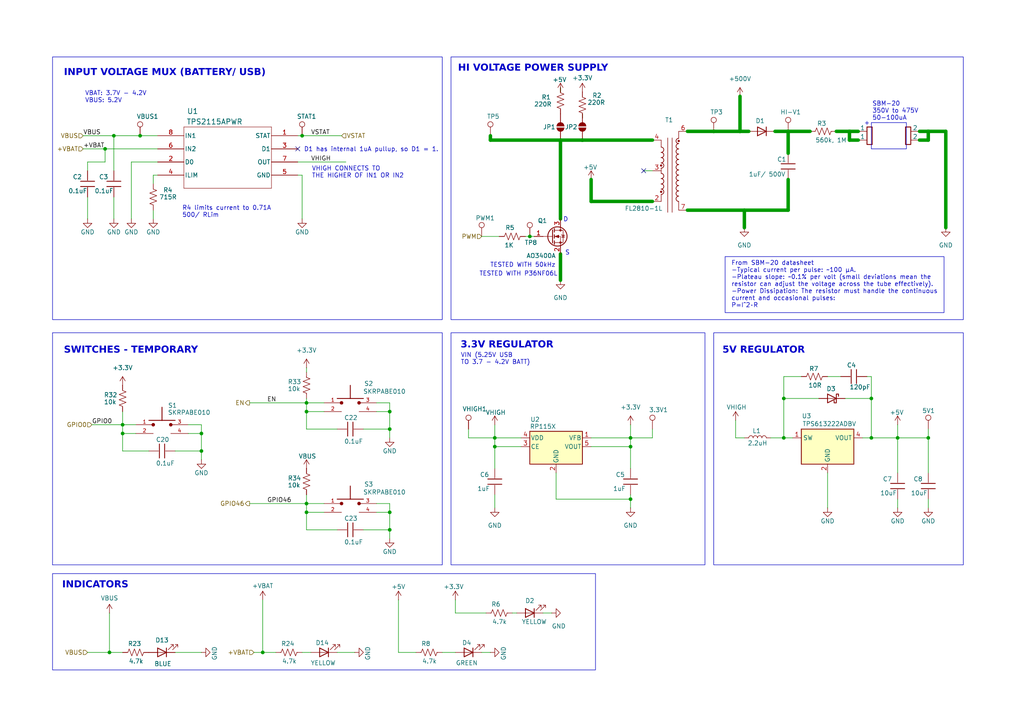
<source format=kicad_sch>
(kicad_sch (version 20250114) (generator "eeschema") (generator_version "9.0")
  (paper "A4")
  (lib_symbols
    (symbol "C_1" (pin_numbers (hide yes)) (pin_names (offset 0.254))
      (property "Reference" "C" (at 0.635 2.54 0))
      (property "Value" "C" (at 0.635 -2.54 0))
      (symbol "C_1_1_1"
        (pin passive line (at 0 3.81 270) (length 2.794) (name "~") (number "1"))
        (pin passive line (at 0 -3.81 90) (length 2.794) (name "~") (number "2"))
      )
    )
    (symbol "Connector:TestPoint" (pin_numbers (hide yes)) (pin_names (offset 0.762) (hide yes))
      (property "Reference" "TP" (at 0 6.858 0))
      (property "Value" "TestPoint" (at 0 5.08 0))
      (symbol "TestPoint_1_1"
        (pin passive line (at 0 0 90) (length 2.54) (name "1") (number "1"))
      )
    )
    (symbol "Device:C" (pin_numbers (hide yes)) (pin_names (offset 0.254))
      (property "Reference" "C" (at 0.635 2.54 0))
      (property "Value" "C" (at 0.635 -2.54 0))
      (symbol "C_1_1"
        (pin passive line (at 0 3.81 270) (length 2.794) (name "~") (number "1"))
        (pin passive line (at 0 -3.81 90) (length 2.794) (name "~") (number "2"))
      )
    )
    (symbol "Device:D" (pin_numbers (hide yes)) (pin_names (offset 1.016) (hide yes))
      (property "Reference" "D" (at 0 2.54 0))
      (property "Value" "D" (at 0 -2.54 0))
      (symbol "D_1_1"
        (pin passive line (at -3.81 0 0) (length 2.54) (name "K") (number "1"))
        (pin passive line (at 3.81 0 180) (length 2.54) (name "A") (number "2"))
      )
    )
    (symbol "Device:D_Schottky" (pin_numbers (hide yes)) (pin_names (offset 1.016) (hide yes))
      (property "Reference" "D" (at 0 2.54 0))
      (property "Value" "D_Schottky" (at 0 -2.54 0))
      (symbol "D_Schottky_1_1"
        (pin passive line (at -3.81 0 0) (length 2.54) (name "K") (number "1"))
        (pin passive line (at 3.81 0 180) (length 2.54) (name "A") (number "2"))
      )
    )
    (symbol "Device:Fuse Clip" (pin_numbers (hide yes)) (pin_names (offset 0))
      (property "Reference" "F" (at -0.254 5.588 0))
      (property "Value" "Clip" (at 0.762 3.81 0))
      (symbol "Fuse Clip_1_1"
        (pin input line (at -3.81 1.27 0) (length 2.54) (name "1") (number "1"))
        (pin input line (at -3.81 -1.27 0) (length 2.54) (name "1") (number "1"))
        (pin input line (at 13.97 1.27 180) (length 2.54) (name "2") (number "2"))
        (pin input line (at 13.97 -1.27 180) (length 2.54) (name "2") (number "2"))
      )
    )
    (symbol "Device:L" (pin_numbers (hide yes)) (pin_names (offset 1.016) (hide yes))
      (property "Reference" "L" (at -1.27 0 90))
      (property "Value" "L" (at 1.905 0 90))
      (symbol "L_1_1"
        (pin passive line (at 0 3.81 270) (length 1.27) (name "1") (number "1"))
        (pin passive line (at 0 -3.81 90) (length 1.27) (name "2") (number "2"))
      )
    )
    (symbol "Device:LED" (pin_numbers (hide yes)) (pin_names (offset 1.016) (hide yes))
      (property "Reference" "D" (at 0 2.54 0))
      (property "Value" "LED" (at 0 -2.54 0))
      (symbol "LED_1_1"
        (pin passive line (at -3.81 0 0) (length 2.54) (name "K") (number "1"))
        (pin passive line (at 3.81 0 180) (length 2.54) (name "A") (number "2"))
      )
    )
    (symbol "Device:R_US" (pin_numbers (hide yes)) (pin_names (offset 0))
      (property "Reference" "R" (at 2.54 0 90))
      (property "Value" "R_US" (at -2.54 0 90))
      (symbol "R_US_1_1"
        (pin passive line (at 0 3.81 270) (length 1.27) (name "~") (number "1"))
        (pin passive line (at 0 -3.81 90) (length 1.27) (name "~") (number "2"))
      )
    )
    (symbol "Jumper:SolderJumper_2_Open" (pin_numbers (hide yes)) (pin_names (offset 0) (hide yes)) (exclude_from_sim yes) (in_bom no)
      (property "Reference" "JP" (at 0 2.032 0))
      (property "Value" "SolderJumper_2_Open" (at 0 -2.54 0))
      (symbol "SolderJumper_2_Open_1_1"
        (pin passive line (at -3.81 0 0) (length 2.54) (name "A") (number "1"))
        (pin passive line (at 3.81 0 180) (length 2.54) (name "B") (number "2"))
      )
    )
    (symbol "Regulator_Linear:RP115X" (pin_names (offset 0.254))
      (property "Reference" "U" (at -6.096 7.874 0))
      (property "Value" "RP115X" (at -7.112 5.842 0))
      (symbol "RP115X_1_1"
        (pin power_in line (at -10.16 2.54 0) (length 2.54) (name "VDD") (number "4"))
        (pin power_in line (at -10.16 0 0) (length 2.54) (name "CE") (number "3"))
        (pin power_out line (at 0 -7.62 90) (length 2.54) (name "GND") (number "2"))
        (pin passive line (at 10.16 2.54 180) (length 2.54) (name "VFB") (number "1"))
        (pin power_out line (at 10.16 0 180) (length 2.54) (name "VOUT") (number "5"))
      )
    )
    (symbol "Regulator_Switching:TPS613222ADBV"
      (property "Reference" "U" (at -7.62 6.35 0))
      (property "Value" "TPS613222ADBV" (at -10.16 -6.858 0))
      (symbol "TPS613222ADBV_1_1"
        (pin passive line (at -10.16 2.54 0) (length 2.54) (name "SW") (number "1"))
        (pin no_connect line (at -7.62 -2.54 0) (length 2.54) (hide yes) (name "NC") (number "3"))
        (pin power_in line (at 0 -7.62 90) (length 2.54) (name "GND") (number "2"))
        (pin no_connect line (at 7.62 -2.54 180) (length 2.54) (hide yes) (name "NC") (number "5"))
        (pin power_out line (at 10.16 2.54 180) (length 2.54) (name "VOUT") (number "4"))
      )
    )
    (symbol "SKRPABE010:SKRPABE010" (pin_names (offset 1.016))
      (property "Reference" "S" (at -5.08 6.35 0))
      (property "Value" "SKRPABE010" (at -5.08 -5.08 0))
      (symbol "SKRPABE010_0_0"
        (pin passive line (at 7.62 0 180) (length 5.08) (name "~") (number "3"))
      )
      (symbol "SKRPABE010_1_0"
        (pin passive line (at -7.62 0 0) (length 5.08) (name "~") (number "1"))
        (pin passive line (at -7.62 -2.54 0) (length 5.08) (name "~") (number "2"))
        (pin passive line (at 7.62 -2.54 180) (length 5.08) (name "~") (number "4"))
      )
    )
    (symbol "SKRPABE010_1" (pin_names (offset 1.016))
      (property "Reference" "S" (at -5.08 6.35 0))
      (property "Value" "SKRPABE010" (at -5.08 -5.08 0))
      (symbol "SKRPABE010_1_0_0"
        (pin passive line (at 7.62 0 180) (length 5.08) (name "~") (number "3"))
      )
      (symbol "SKRPABE010_1_1_0"
        (pin passive line (at -7.62 0 0) (length 5.08) (name "~") (number "1"))
        (pin passive line (at -7.62 -2.54 0) (length 5.08) (name "~") (number "2"))
        (pin passive line (at 7.62 -2.54 180) (length 5.08) (name "~") (number "4"))
      )
    )
    (symbol "TPS2115APWR:TPS2115APWR" (pin_names (offset 0.254))
      (property "Reference" "U" (at 8.636 6.858 0))
      (property "Value" "TPS2115APWR" (at 15.748 -14.986 0))
      (symbol "TPS2115APWR_0_1"
        (pin input line (at 0 -5.08 0) (length 7.62) (name "D0") (number "2"))
        (pin input line (at 0 -8.89 0) (length 7.62) (name "ILIM") (number "4"))
        (pin output line (at 40.64 2.54 180) (length 7.62) (name "STAT") (number "1"))
        (pin input line (at 40.64 -1.27 180) (length 7.62) (name "D1") (number "3"))
        (pin power_in line (at 40.64 -8.89 180) (length 7.62) (name "GND") (number "5"))
      )
      (symbol "TPS2115APWR_1_1"
        (pin power_in line (at 0 2.54 0) (length 7.62) (name "IN1") (number "8"))
        (pin power_in line (at 0 -1.27 0) (length 7.62) (name "IN2") (number "6"))
        (pin power_out line (at 40.64 -5.08 180) (length 7.62) (name "OUT") (number "7"))
      )
    )
    (symbol "Transformer:FL2810-1L_Coilcraft"
      (property "Reference" "T" (at -6.858 18.542 0))
      (property "Value" "FL2810-1L" (at -6.858 16.002 0))
      (symbol "FL2810-1L_Coilcraft_1_1"
        (pin no_connect line (at -20.32 3.81 0) (length 2.54) (hide yes) (name "1") (number "1"))
        (pin no_connect line (at -20.32 1.27 0) (length 2.54) (hide yes) (name "5") (number "5"))
        (pin no_connect line (at -20.32 -1.27 0) (length 2.54) (hide yes) (name "8") (number "8"))
        (pin no_connect line (at -20.32 -3.81 0) (length 2.54) (hide yes) (name "9") (number "9"))
        (pin passive line (at -5.08 8.89 0) (length 2.54) (name "~") (number "4"))
        (pin passive line (at -5.08 0 0) (length 2.54) (name "~") (number "3"))
        (pin power_in line (at -5.08 -8.89 0) (length 2.54) (name "~") (number "2"))
        (pin power_out line (at 5.08 11.43 180) (length 2.54) (name "~") (number "6"))
        (pin power_in line (at 5.08 -11.43 180) (length 2.54) (name "~") (number "7"))
      )
    )
    (symbol "Transistor_FET:AO3400A" (pin_names (hide yes))
      (property "Reference" "Q" (at 5.08 1.905 0))
      (property "Value" "AO3400A" (at 5.08 0 0))
      (symbol "AO3400A_1_1"
        (pin input line (at -5.08 0 0) (length 2.54) (name "G") (number "1"))
        (pin passive line (at 2.54 5.08 270) (length 2.54) (name "D") (number "3"))
        (pin passive line (at 2.54 -5.08 90) (length 2.54) (name "S") (number "2"))
      )
    )
    (symbol "power:+3.3V" (power) (pin_numbers (hide yes)) (pin_names (offset 0) (hide yes))
      (property "Value" "+3.3V" (at 0 3.556 0))
      (symbol "+3.3V_1_1"
        (pin power_in line (at 0 0 90) (length 0) (name "~") (number "1"))
      )
    )
    (symbol "power:+5V" (power) (pin_numbers (hide yes)) (pin_names (offset 0) (hide yes))
      (property "Value" "+5V" (at 0 3.556 0))
      (symbol "+5V_1_1"
        (pin power_in line (at 0 0 90) (length 0) (name "~") (number "1"))
      )
    )
    (symbol "power:GND" (power) (pin_numbers (hide yes)) (pin_names (offset 0) (hide yes))
      (property "Value" "GND" (at 0 -3.81 0))
      (symbol "GND_1_1"
        (pin power_in line (at 0 0 270) (length 0) (name "~") (number "1"))
      )
    )
    (symbol "power:VBUS" (power) (pin_numbers (hide yes)) (pin_names (offset 0) (hide yes))
      (property "Value" "VBUS" (at 0 3.556 0))
      (symbol "VBUS_1_1"
        (pin power_in line (at 0 0 90) (length 0) (name "~") (number "1"))
      )
    )
  )
  (rectangle (start 15.24 16.51) (end 128.27 92.71))
  (rectangle (start 15.24 166.37) (end 172.72 194.31))
  (rectangle (start 252.73 35.56) (end 262.89 43.18))
  (rectangle (start 130.81 16.51) (end 279.4 92.71))
  (rectangle (start 207.01 96.52) (end 279.4 163.83))
  (rectangle (start 130.81 96.52) (end 204.47 163.83))
  (rectangle (start 210.312 74.422) (end 273.812 90.678))
  (text "5V REGULATOR" (at 209.55 103.378 0) (effects (font (size 2 2) (thickness 0.4064) (bold yes)) (justify left bottom)))
  (text "D1 has internal 1uA pullup, so D1 = 1.\n" (at 88.138 43.434 0) (effects (font (size 1.27 1.27)) (justify left)))
  (text "INPUT VOLTAGE MUX (BATTERY/ USB) " (at 18.542 22.86 0) (effects (font (size 2 2) (thickness 0.4064) (bold yes)) (justify left bottom)))
  (text "INDICATORS" (at 18.034 171.45 0) (effects (font (size 2 2) (thickness 0.4064) (bold yes)) (justify left bottom)))
  (text "+" (at 251.46 35.814 0) (effects (font (size 1.27 1.27))))
  (text "HI VOLTAGE POWER SUPPLY" (at 132.842 21.59 0) (effects (font (size 2 2) (thickness 0.4064) (bold yes)) (justify left bottom)))
  (text "TESTED WITH 50kHz" (at 151.638 76.962 0) (effects (font (size 1.27 1.27))))
  (text "S" (at 164.592 73.406 0) (effects (font (size 1.27 1.27))))
  (text "TESTED WITH P36NF06L" (at 150.368 79.502 0) (effects (font (size 1.27 1.27))))
  (text "From SBM-20 datasheet\n-Typical current per pulse: ~100 µA.\n-Plateau slope: ~0.1% per volt (small deviations mean the \nresistor can adjust the voltage across the tube effectively).\n-Power Dissipation: The resistor must handle the continuous\ncurrent and occasional pulses:\nP=I^2⋅R\n" (at 212.09 82.55 0) (effects (font (size 1.27 1.27)) (justify left)))
  (text "R4 limits current to 0.71A\n500/ RLim" (at 52.832 61.468 0) (effects (font (size 1.27 1.27)) (justify left)))
  (text "VIN (5.25V USB \nTO 3.7 - 4.2V BATT)" (at 133.604 104.14 0) (effects (font (size 1.27 1.27)) (justify left)))
  (text "3.3V REGULATOR" (at 133.604 101.854 0) (effects (font (size 2 2) (thickness 0.4064) (bold yes)) (justify left bottom)))
  (text "VHIGH CONNECTS TO \nTHE HIGHER OF IN1 OR IN2" (at 90.424 50.038 0) (effects (font (size 1.27 1.27)) (justify left)))
  (text "SWITCHES - TEMPORARY" (at 18.542 103.378 0) (effects (font (size 2 2) (thickness 1.016) (bold yes)) (justify left bottom)))
  (text "VBAT: 3.7V - 4.2V\nVBUS: 5.2V" (at 24.638 28.194 0) (effects (font (size 1.27 1.27)) (justify left)))
  (text "SBM-20\n350V to 475V\n50-100uA" (at 252.984 32.258 0) (effects (font (size 1.27 1.27)) (justify left)))
  (text "D" (at 164.084 63.754 0) (effects (font (size 1.27 1.27))))
  (junction (at 113.03 153.67))
  (junction (at 58.42 130.81))
  (junction (at 35.56 125.73))
  (junction (at 30.48 43.18))
  (junction (at 227.33 127))
  (junction (at 40.64 39.37))
  (junction (at 88.9 119.38))
  (junction (at 31.75 189.23))
  (junction (at 162.56 40.64))
  (junction (at 33.02 39.37))
  (junction (at 113.03 124.46))
  (junction (at 269.24 127))
  (junction (at 260.35 127))
  (junction (at 182.88 144.78))
  (junction (at 153.67 68.58))
  (junction (at 252.73 115.57))
  (junction (at 143.51 127))
  (junction (at 214.63 38.1))
  (junction (at 87.63 39.37))
  (junction (at 35.56 123.19))
  (junction (at 246.38 38.1))
  (junction (at 227.33 115.57))
  (junction (at 88.9 116.84))
  (junction (at 113.03 119.38))
  (junction (at 215.9 60.96))
  (junction (at 228.6 38.1))
  (junction (at 207.01 38.1))
  (junction (at 182.88 129.54))
  (junction (at 58.42 125.73))
  (junction (at 113.03 148.59))
  (junction (at 182.88 127))
  (junction (at 143.51 129.54))
  (junction (at 76.2 189.23))
  (junction (at 88.9 148.59))
  (junction (at 252.73 127))
  (junction (at 269.24 38.1))
  (junction (at 168.91 40.64))
  (junction (at 88.9 146.05))
  (no_connect (at 86.36 43.18))
  (no_connect (at 186.69 49.53))
  (wire (pts (xy 157.48 177.8) (xy 160.02 177.8)))
  (wire (pts (xy 115.57 173.99) (xy 115.57 189.23)))
  (wire (pts (xy 113.03 153.67) (xy 113.03 156.21)))
  (wire (pts (xy 171.45 52.07) (xy 171.45 58.42)) (stroke (width 1)))
  (wire (pts (xy 113.03 148.59) (xy 113.03 153.67)))
  (wire (pts (xy 186.69 49.53) (xy 189.23 49.53)))
  (wire (pts (xy 35.56 123.19) (xy 35.56 125.73)))
  (polyline (pts (xy 15.24 96.52) (xy 128.27 96.52)))
  (wire (pts (xy 162.56 25.4) (xy 162.56 26.67)))
  (wire (pts (xy 162.56 73.66) (xy 162.56 81.28)) (stroke (width 1)))
  (wire (pts (xy 54.61 125.73) (xy 58.42 125.73)))
  (wire (pts (xy 214.63 27.94) (xy 214.63 38.1)) (stroke (width 1)))
  (wire (pts (xy 88.9 143.51) (xy 88.9 146.05)))
  (wire (pts (xy 182.88 129.54) (xy 182.88 135.89)))
  (wire (pts (xy 142.24 189.23) (xy 139.7 189.23)))
  (wire (pts (xy 168.91 40.64) (xy 166.37 40.64)))
  (wire (pts (xy 266.7 40.64) (xy 269.24 40.64)) (stroke (width 1)))
  (wire (pts (xy 143.51 129.54) (xy 151.13 129.54)))
  (wire (pts (xy 35.56 125.73) (xy 35.56 130.81)))
  (wire (pts (xy 148.59 177.8) (xy 149.86 177.8)))
  (wire (pts (xy 40.64 39.37) (xy 45.72 39.37)))
  (wire (pts (xy 252.73 127) (xy 260.35 127)))
  (wire (pts (xy 228.6 60.96) (xy 215.9 60.96)) (stroke (width 1)))
  (wire (pts (xy 113.03 116.84) (xy 109.22 116.84)))
  (wire (pts (xy 161.29 144.78) (xy 182.88 144.78)))
  (wire (pts (xy 97.79 153.67) (xy 88.9 153.67)))
  (wire (pts (xy 72.39 146.05) (xy 88.9 146.05)))
  (wire (pts (xy 113.03 119.38) (xy 113.03 124.46)))
  (wire (pts (xy 88.9 116.84) (xy 88.9 119.38)))
  (wire (pts (xy 135.89 127) (xy 135.89 124.46)))
  (wire (pts (xy 58.42 125.73) (xy 58.42 130.81)))
  (wire (pts (xy 251.46 109.22) (xy 252.73 109.22)))
  (wire (pts (xy 58.42 130.81) (xy 58.42 133.35)))
  (wire (pts (xy 25.4 189.23) (xy 31.75 189.23)))
  (wire (pts (xy 105.41 153.67) (xy 113.03 153.67)))
  (wire (pts (xy 35.56 119.38) (xy 35.56 123.19)))
  (wire (pts (xy 88.9 115.57) (xy 88.9 116.84)))
  (wire (pts (xy 245.11 115.57) (xy 252.73 115.57)))
  (wire (pts (xy 207.01 38.1) (xy 199.39 38.1)) (stroke (width 1)))
  (wire (pts (xy 228.6 38.1) (xy 234.95 38.1)) (stroke (width 1)))
  (wire (pts (xy 242.57 38.1) (xy 246.38 38.1)) (stroke (width 1)))
  (wire (pts (xy 161.29 137.16) (xy 161.29 144.78)))
  (wire (pts (xy 88.9 146.05) (xy 93.98 146.05)))
  (wire (pts (xy 86.36 39.37) (xy 87.63 39.37)))
  (wire (pts (xy 132.08 177.8) (xy 140.97 177.8)))
  (wire (pts (xy 240.03 109.22) (xy 243.84 109.22)))
  (wire (pts (xy 228.6 52.07) (xy 228.6 60.96)) (stroke (width 1)))
  (wire (pts (xy 76.2 173.99) (xy 76.2 189.23)))
  (wire (pts (xy 88.9 124.46) (xy 88.9 119.38)))
  (wire (pts (xy 87.63 50.8) (xy 87.63 63.5)))
  (wire (pts (xy 142.24 40.64) (xy 162.56 40.64)) (stroke (width 1)))
  (wire (pts (xy 260.35 127) (xy 269.24 127)))
  (wire (pts (xy 246.38 40.64) (xy 246.38 38.1)) (stroke (width 1)))
  (wire (pts (xy 30.48 46.99) (xy 30.48 43.18)))
  (wire (pts (xy 44.45 50.8) (xy 44.45 53.34)))
  (wire (pts (xy 260.35 127) (xy 260.35 123.19)))
  (wire (pts (xy 248.92 40.64) (xy 246.38 40.64)) (stroke (width 1)))
  (wire (pts (xy 105.41 124.46) (xy 113.03 124.46)))
  (wire (pts (xy 88.9 153.67) (xy 88.9 148.59)))
  (wire (pts (xy 189.23 124.46) (xy 189.23 127)))
  (wire (pts (xy 88.9 119.38) (xy 93.98 119.38)))
  (wire (pts (xy 44.45 50.8) (xy 45.72 50.8)))
  (wire (pts (xy 214.63 38.1) (xy 207.01 38.1)) (stroke (width 1)))
  (wire (pts (xy 246.38 38.1) (xy 248.92 38.1)) (stroke (width 1)))
  (wire (pts (xy 54.61 123.19) (xy 58.42 123.19)))
  (polyline (pts (xy 128.27 163.83) (xy 128.27 96.52)))
  (polyline (pts (xy 15.24 96.52) (xy 15.24 163.83)))
  (wire (pts (xy 24.13 43.18) (xy 30.48 43.18)))
  (wire (pts (xy 250.19 127) (xy 252.73 127)))
  (wire (pts (xy 24.13 39.37) (xy 33.02 39.37)))
  (wire (pts (xy 35.56 123.19) (xy 39.37 123.19)))
  (wire (pts (xy 227.33 109.22) (xy 227.33 115.57)))
  (wire (pts (xy 227.33 115.57) (xy 237.49 115.57)))
  (wire (pts (xy 252.73 115.57) (xy 252.73 127)))
  (wire (pts (xy 182.88 144.78) (xy 182.88 147.32)))
  (wire (pts (xy 182.88 127) (xy 182.88 129.54)))
  (wire (pts (xy 143.51 127) (xy 143.51 129.54)))
  (wire (pts (xy 168.91 33.02) (xy 168.91 34.29)))
  (wire (pts (xy 143.51 143.51) (xy 143.51 147.32)))
  (wire (pts (xy 139.7 68.58) (xy 144.78 68.58)))
  (wire (pts (xy 162.56 40.64) (xy 162.56 63.5)) (stroke (width 1)))
  (wire (pts (xy 35.56 130.81) (xy 43.18 130.81)))
  (wire (pts (xy 109.22 119.38) (xy 113.03 119.38)))
  (wire (pts (xy 25.4 46.99) (xy 30.48 46.99)))
  (wire (pts (xy 50.8 189.23) (xy 58.42 189.23)))
  (wire (pts (xy 269.24 38.1) (xy 274.32 38.1)) (stroke (width 1)))
  (wire (pts (xy 30.48 43.18) (xy 45.72 43.18)))
  (wire (pts (xy 162.56 40.64) (xy 168.91 40.64)) (stroke (width 1)))
  (wire (pts (xy 113.03 146.05) (xy 109.22 146.05)))
  (wire (pts (xy 88.9 148.59) (xy 93.98 148.59)))
  (wire (pts (xy 33.02 39.37) (xy 33.02 49.53)))
  (wire (pts (xy 189.23 127) (xy 182.88 127)))
  (wire (pts (xy 97.79 124.46) (xy 88.9 124.46)))
  (wire (pts (xy 269.24 124.46) (xy 269.24 127)))
  (wire (pts (xy 135.89 127) (xy 143.51 127)))
  (wire (pts (xy 269.24 40.64) (xy 269.24 38.1)) (stroke (width 1)))
  (wire (pts (xy 76.2 189.23) (xy 80.01 189.23)))
  (wire (pts (xy 25.4 57.15) (xy 25.4 63.5)))
  (wire (pts (xy 115.57 189.23) (xy 120.65 189.23)))
  (wire (pts (xy 31.75 189.23) (xy 35.56 189.23)))
  (wire (pts (xy 228.6 38.1) (xy 228.6 44.45)) (stroke (width 1)))
  (wire (pts (xy 142.24 40.64) (xy 142.24 39.37)) (stroke (width 1)))
  (wire (pts (xy 50.8 130.81) (xy 58.42 130.81)))
  (wire (pts (xy 35.56 125.73) (xy 39.37 125.73)))
  (wire (pts (xy 153.67 68.58) (xy 154.94 68.58)))
  (wire (pts (xy 199.39 60.96) (xy 215.9 60.96)) (stroke (width 1)))
  (wire (pts (xy 113.03 124.46) (xy 113.03 127)))
  (wire (pts (xy 162.56 40.64) (xy 160.02 40.64)))
  (wire (pts (xy 38.1 46.99) (xy 45.72 46.99)))
  (wire (pts (xy 88.9 146.05) (xy 88.9 148.59)))
  (wire (pts (xy 31.75 177.8) (xy 31.75 189.23)))
  (wire (pts (xy 132.08 173.99) (xy 132.08 177.8)))
  (wire (pts (xy 26.67 123.19) (xy 35.56 123.19)))
  (wire (pts (xy 260.35 127) (xy 260.35 137.16)))
  (wire (pts (xy 86.36 46.99) (xy 100.33 46.99)))
  (wire (pts (xy 182.88 143.51) (xy 182.88 144.78)))
  (wire (pts (xy 58.42 123.19) (xy 58.42 125.73)))
  (wire (pts (xy 109.22 148.59) (xy 113.03 148.59)))
  (wire (pts (xy 143.51 129.54) (xy 143.51 135.89)))
  (wire (pts (xy 113.03 148.59) (xy 113.03 146.05)))
  (wire (pts (xy 240.03 137.16) (xy 240.03 147.32)))
  (wire (pts (xy 227.33 115.57) (xy 227.33 127)))
  (wire (pts (xy 213.36 121.92) (xy 213.36 127)))
  (wire (pts (xy 86.36 50.8) (xy 87.63 50.8)))
  (wire (pts (xy 33.02 57.15) (xy 33.02 63.5)))
  (wire (pts (xy 252.73 109.22) (xy 252.73 115.57)))
  (wire (pts (xy 113.03 119.38) (xy 113.03 116.84)))
  (wire (pts (xy 88.9 106.68) (xy 88.9 107.95)))
  (wire (pts (xy 143.51 127) (xy 151.13 127)))
  (wire (pts (xy 269.24 127) (xy 269.24 137.16)))
  (wire (pts (xy 215.9 60.96) (xy 215.9 66.04)) (stroke (width 1)))
  (wire (pts (xy 214.63 38.1) (xy 217.17 38.1)) (stroke (width 1)))
  (wire (pts (xy 171.45 129.54) (xy 182.88 129.54)))
  (wire (pts (xy 38.1 63.5) (xy 38.1 46.99)))
  (wire (pts (xy 227.33 127) (xy 229.87 127)))
  (wire (pts (xy 260.35 144.78) (xy 260.35 147.32)))
  (wire (pts (xy 87.63 189.23) (xy 90.17 189.23)))
  (wire (pts (xy 143.51 123.19) (xy 143.51 127)))
  (wire (pts (xy 171.45 127) (xy 182.88 127)))
  (wire (pts (xy 73.66 189.23) (xy 76.2 189.23)))
  (wire (pts (xy 227.33 109.22) (xy 232.41 109.22)))
  (wire (pts (xy 33.02 39.37) (xy 40.64 39.37)))
  (wire (pts (xy 224.79 38.1) (xy 228.6 38.1)) (stroke (width 1)))
  (wire (pts (xy 269.24 144.78) (xy 269.24 147.32)))
  (wire (pts (xy 97.79 189.23) (xy 102.87 189.23)))
  (polyline (pts (xy 15.24 163.83) (xy 128.27 163.83)))
  (wire (pts (xy 182.88 123.19) (xy 182.88 127)))
  (wire (pts (xy 25.4 49.53) (xy 25.4 46.99)))
  (wire (pts (xy 223.52 127) (xy 227.33 127)))
  (wire (pts (xy 128.27 189.23) (xy 132.08 189.23)))
  (wire (pts (xy 87.63 39.37) (xy 99.06 39.37)))
  (wire (pts (xy 274.32 38.1) (xy 274.32 66.04)) (stroke (width 1)))
  (wire (pts (xy 168.91 40.64) (xy 189.23 40.64)) (stroke (width 1)))
  (wire (pts (xy 266.7 38.1) (xy 269.24 38.1)) (stroke (width 1)))
  (wire (pts (xy 171.45 58.42) (xy 189.23 58.42)) (stroke (width 1)))
  (wire (pts (xy 213.36 127) (xy 215.9 127)))
  (wire (pts (xy 72.39 116.84) (xy 88.9 116.84)))
  (wire (pts (xy 88.9 116.84) (xy 93.98 116.84)))
  (wire (pts (xy 152.4 68.58) (xy 153.67 68.58)))
  (wire (pts (xy 44.45 60.96) (xy 44.45 63.5)))
  (label "+VBAT" (at 24.13 43.18 0))
  (label "GPIO0" (at 26.67 123.19 0))
  (label "VBUS" (at 24.13 39.37 0))
  (label "VSTAT" (at 90.17 39.37 0))
  (label "EN" (at 77.47 116.84 0))
  (label "GPIO46" (at 77.47 146.05 0))
  (label "VHIGH" (at 90.17 46.99 0))
  (hierarchical_label "+VBAT" (shape input) (at 73.66 189.23 180))
  (hierarchical_label "VBUS" (shape input) (at 24.13 39.37 180))
  (hierarchical_label "GPIO46" (shape output) (at 72.39 146.05 180))
  (hierarchical_label "PWM" (shape input) (at 139.7 68.58 180))
  (hierarchical_label "GPIO0" (shape input) (at 26.67 123.19 180))
  (hierarchical_label "+VBAT" (shape input) (at 24.13 43.18 180))
  (hierarchical_label "EN" (shape output) (at 72.39 116.84 180))
  (hierarchical_label "VBUS" (shape input) (at 25.4 189.23 180))
  (hierarchical_label "VSTAT" (shape input) (at 99.06 39.37 0))
  (symbol (lib_id "power:GND") (at 58.42 189.23 90) (unit 1)
    (property "Reference" "#PWR038" (effects (hide yes)))
    (property "Value" "GND" (at 62.23 187.452 0) (effects (justify right)))
  )
  (symbol (lib_name "C_1") (lib_id "Device:C") (at 101.6 124.46 270) (unit 1)
    (property "Reference" "C22" (at 99.822 121.158 90) (effects (justify left)))
    (property "Value" "0.1uF" (at 99.822 128.016 90) (effects (justify left)))
    (property "Footprint" "Capacitor_SMD:C_0805_2012Metric" (effects (hide yes)))
    (property "Datasheet" "https://www.digikey.com/en/products/detail/yageo/CC0805KRX7R9BB104/302874" (effects (hide yes)))
    (property "Description" "Unpolarized capacitor" (effects (hide yes)))
    (property "MPN" "CC0805KRX7R9BB104" (effects (hide yes)))
  )
  (symbol (lib_id "Device:R_US") (at 148.59 68.58 270) (unit 1)
    (property "Reference" "R5" (at 146.558 66.04 90) (effects (justify left)))
    (property "Value" "1K" (at 146.304 71.12 90) (effects (justify left)))
    (property "Footprint" "Resistor_SMD:R_0805_2012Metric" (effects (hide yes)))
    (property "Description" "Resistor, US symbol" (effects (hide yes)))
    (property "MPN" "RNCP0805FTD1K00" (effects (hide yes)))
  )
  (symbol (lib_id "power:GND") (at 44.45 63.5 0) (unit 1)
    (property "Reference" "#PWR08" (effects (hide yes)))
    (property "Value" "GND" (at 44.45 67.31 0))
  )
  (symbol (lib_id "power:+3.3V") (at 88.9 106.68 0) (unit 1)
    (property "Reference" "#PWR063" (effects (hide yes)))
    (property "Value" "+3.3V" (at 88.9 101.6 0))
    (property "Description" "Power symbol creates a global label with name \"+3.3V\"" (effects (hide yes)))
  )
  (symbol (lib_id "power:+5V") (at 115.57 173.99 0) (unit 1)
    (property "Reference" "#PWR02" (effects (hide yes)))
    (property "Value" "+5V" (at 115.57 170.18 0))
    (property "Description" "Power symbol creates a global label with name \"+5V\"" (effects (hide yes)))
  )
  (symbol (lib_id "power:GND") (at 58.42 133.35 0) (unit 1)
    (property "Reference" "#PWR064" (effects (hide yes)))
    (property "Value" "GND" (at 58.42 137.16 0))
  )
  (symbol (lib_id "Device:R_US") (at 238.76 38.1 270) (unit 1)
    (property "Reference" "R3" (at 236.982 35.814 90) (effects (justify left)))
    (property "Value" "560k, 1M" (at 236.474 40.64 90) (effects (justify left)))
    (property "Footprint" "Resistor_SMD:R_2512_6332Metric" (effects (hide yes)))
    (property "Description" "Resistor, US symbol" (effects (hide yes)))
    (property "MPN" "CRGP2512F560K" (effects (hide yes)))
    (property "ALT MPN" "CRGP2512F1M0 " (effects (hide yes)))
  )
  (symbol (lib_name "C_1") (lib_id "Device:C") (at 182.88 139.7 0) (unit 1)
    (property "Reference" "C5" (at 178.562 137.668 0) (effects (justify left)))
    (property "Value" "1uF" (at 177.8 141.732 0) (effects (justify left)))
    (property "Footprint" "Capacitor_SMD:C_0805_2012Metric" (effects (hide yes)))
    (property "Description" "Unpolarized capacitor" (effects (hide yes)))
    (property "MPN" "CC0805KKX5R6BB105" (effects (hide yes)))
  )
  (symbol (lib_id "Device:R_US") (at 88.9 111.76 180) (unit 1)
    (property "Reference" "R33" (at 87.376 110.744 0) (effects (justify left)))
    (property "Value" "10k" (at 87.122 112.776 0) (effects (justify left)))
    (property "Footprint" "Resistor_SMD:R_0805_2012Metric" (effects (hide yes)))
    (property "Description" "Resistor, US symbol" (effects (hide yes)))
    (property "MPN" "RMCF0805FT10K0" (effects (hide yes)))
  )
  (symbol (lib_id "Device:R_US") (at 44.45 57.15 180) (unit 1)
    (property "Reference" "R4" (at 50.038 55.118 0) (effects (justify left)))
    (property "Value" "715R" (at 51.308 57.15 0) (effects (justify left)))
    (property "Footprint" "Resistor_SMD:R_0805_2012Metric" (effects (hide yes)))
    (property "Datasheet" "https://www.digikey.com/en/products/detail/vishay-dale/CRCW0805715RFKEA/1175621" (effects (hide yes)))
    (property "Description" "Resistor, US symbol" (effects (hide yes)))
    (property "MPN" "CRCW0805715RFKEA" (effects (hide yes)))
  )
  (symbol (lib_id "power:GND") (at 102.87 189.23 90) (unit 1)
    (property "Reference" "#PWR040" (effects (hide yes)))
    (property "Value" "GND" (at 106.68 187.452 0) (effects (justify right)))
  )
  (symbol (lib_id "power:GND") (at 87.63 63.5 0) (unit 1)
    (property "Reference" "#PWR09" (effects (hide yes)))
    (property "Value" "GND" (at 87.63 67.31 0))
  )
  (symbol (lib_id "power:GND") (at 182.88 147.32 0) (unit 1)
    (property "Reference" "#PWR011" (effects (hide yes)))
    (property "Value" "GND" (at 182.88 152.4 0))
    (property "Description" "Power symbol creates a global label with name \"GND\" , ground" (effects (hide yes)))
  )
  (symbol (lib_name "SKRPABE010_1") (lib_id "SKRPABE010:SKRPABE010") (at 101.6 116.84 0) (unit 1)
    (property "Reference" "S2" (at 106.934 111.252 0))
    (property "Value" "SKRPABE010" (at 111.506 113.538 0))
    (property "Footprint" "SKRPABE010:SW_SKRPABE010" (effects (hide yes)))
    (property "STANDARD" "Manufacturer Recommendations" (effects (hide yes)))
    (property "MAXIMUM_PACKAGE_HEIGHT" "2.5 mm" (effects (hide yes)))
    (property "MANUFACTURER" "Alps" (effects (hide yes)))
    (property "MPN" "SKRPABE010" (effects (hide yes)))
  )
  (symbol (lib_id "Regulator_Switching:TPS613222ADBV") (at 240.03 129.54 0) (unit 1)
    (property "Reference" "U3" (at 233.934 120.65 0))
    (property "Value" "TPS613222ADBV" (at 240.538 122.936 0))
    (property "Footprint" "Package_TO_SOT_SMD:SOT-23-5" (effects (hide yes)))
    (property "Datasheet" "http://www.ti.com/lit/ds/symlink/tps61322.pdf" (effects (hide yes)))
    (property "Description" "1.8A Step-Up Converter, 5V Output Voltage, 0.9-5.5V Input Voltage, SOT-23-5" (effects (hide yes)))
    (property "MPN" "TPS613222ADBV" (effects (hide yes)))
  )
  (symbol (lib_id "Jumper:SolderJumper_2_Open") (at 162.56 36.83 90) (unit 1) (exclude_from_sim yes) (in_bom no)
    (property "Reference" "JP1" (at 157.48 36.83 90) (effects (justify right)))
    (property "Value" "SolderJumper_2_Open" (effects (hide yes)))
    (property "Footprint" "Jumper:SolderJumper-2_P1.3mm_Open_RoundedPad1.0x1.5mm" (effects (hide yes)))
    (property "Description" "Solder Jumper, 2-pole, open" (effects (hide yes)))
  )
  (symbol (lib_name "C_1") (lib_id "Device:C") (at 269.24 140.97 0) (unit 1)
    (property "Reference" "C8" (at 264.922 138.938 0) (effects (justify left)))
    (property "Value" "10uF" (at 264.16 143.002 0) (effects (justify left)))
    (property "Footprint" "Capacitor_SMD:C_0805_2012Metric" (effects (hide yes)))
    (property "Description" "Unpolarized capacitor" (effects (hide yes)))
    (property "MPN" "CL21B106KPQNNNE" (effects (hide yes)))
  )
  (symbol (lib_id "power:+3.3V") (at 143.51 123.19 0) (unit 1)
    (property "Reference" "#PWR034" (effects (hide yes)))
    (property "Value" "VHIGH" (at 143.764 119.634 0))
    (property "Description" "Power symbol creates a global label with name \"+3.3V\"" (effects (hide yes)))
  )
  (symbol (lib_id "Device:LED") (at 135.89 189.23 180) (unit 1)
    (property "Reference" "D4" (at 135.382 186.436 0))
    (property "Value" "GREEN" (at 135.382 192.278 0))
    (property "Footprint" "LED_SMD:LED_0805_2012Metric" (effects (hide yes)))
    (property "MPN" "150080GS75000" (effects (hide yes)))
  )
  (symbol (lib_id "Device:R_US") (at 162.56 29.21 180) (unit 1)
    (property "Reference" "R1" (at 159.766 28.194 0) (effects (justify left)))
    (property "Value" "220R" (at 160.02 30.226 0) (effects (justify left)))
    (property "Footprint" "Resistor_SMD:R_0805_2012Metric" (effects (hide yes)))
    (property "Description" "Resistor, US symbol" (effects (hide yes)))
    (property "MPN" "RK73B2ATTD221J" (effects (hide yes)))
  )
  (symbol (lib_id "Connector:TestPoint") (at 228.6 38.1 0) (unit 1)
    (property "Reference" "HI-V1" (at 226.314 32.512 0) (effects (justify left)))
    (property "Value" "TestPoint" (effects (hide yes)))
    (property "Footprint" "Connector_Pin:Pin_D1.0mm_L10.0mm" (effects (hide yes)))
    (property "Description" "test point" (effects (hide yes)))
  )
  (symbol (lib_id "TPS2115APWR:TPS2115APWR") (at 45.72 41.91 0) (unit 1)
    (property "Reference" "U1" (at 55.88 32.258 0) (effects (font (size 1.524 1.524))))
    (property "Value" "TPS2115APWR" (at 62.23 35.306 0) (effects (font (size 1.524 1.524))))
    (property "Footprint" "TPS2115APWR:PW8" (effects (hide yes)))
    (property "Datasheet" "TPS2115APWR" (effects (hide yes)))
    (property "Description" "Autoswitching power multiplexer for switching bet VBAT and VBUS" (effects (hide yes)))
    (property "MPN" "TPS2115APWR" (effects (hide yes)))
  )
  (symbol (lib_id "Device:R_US") (at 168.91 30.48 180) (unit 1)
    (property "Reference" "R2" (at 174.498 27.686 0) (effects (justify left)))
    (property "Value" "220R" (at 175.514 29.718 0) (effects (justify left)))
    (property "Footprint" "Resistor_SMD:R_0805_2012Metric" (effects (hide yes)))
    (property "Description" "Resistor, US symbol" (effects (hide yes)))
    (property "MPN" "RK73B2ATTD221J" (effects (hide yes)))
  )
  (symbol (lib_id "Device:C") (at 247.65 109.22 270) (unit 1)
    (property "Reference" "C4" (at 245.618 105.918 90) (effects (justify left)))
    (property "Value" "120pF" (at 246.38 112.268 90) (effects (justify left)))
    (property "Footprint" "Capacitor_SMD:C_0805_2012Metric" (effects (hide yes)))
    (property "Description" "Unpolarized capacitor" (effects (hide yes)))
    (property "MPN" "C0805C121J5GACTU" (effects (hide yes)))
  )
  (symbol (lib_name "C_1") (lib_id "Device:C") (at 143.51 139.7 0) (unit 1)
    (property "Reference" "C6" (at 139.192 137.668 0) (effects (justify left)))
    (property "Value" "1uF" (at 138.43 141.732 0) (effects (justify left)))
    (property "Footprint" "Capacitor_SMD:C_0805_2012Metric" (effects (hide yes)))
    (property "Description" "Unpolarized capacitor" (effects (hide yes)))
    (property "MPN" "CC0805KKX5R6BB105" (effects (hide yes)))
  )
  (symbol (lib_id "Connector:TestPoint") (at 40.64 39.37 0) (unit 1)
    (property "Reference" "VBUS1" (at 39.624 33.782 0) (effects (justify left)))
    (property "Value" "TestPoint" (effects (hide yes)))
    (property "Footprint" "Connector_Pin:Pin_D1.0mm_L10.0mm" (effects (hide yes)))
    (property "Description" "test point" (effects (hide yes)))
  )
  (symbol (lib_id "power:+3.3V") (at 213.36 121.92 0) (unit 1)
    (property "Reference" "#PWR017" (effects (hide yes)))
    (property "Value" "VHIGH" (at 213.614 118.11 0))
    (property "Description" "Power symbol creates a global label with name \"+3.3V\"" (effects (hide yes)))
  )
  (symbol (lib_id "power:+5V") (at 171.45 52.07 0) (unit 1)
    (property "Reference" "#PWR01" (effects (hide yes)))
    (property "Value" "+5V" (at 171.196 48.514 0))
    (property "Description" "Power symbol creates a global label with name \"+5V\"" (effects (hide yes)))
  )
  (symbol (lib_id "power:GND") (at 240.03 147.32 0) (unit 1)
    (property "Reference" "#PWR022" (effects (hide yes)))
    (property "Value" "GND" (at 240.03 151.13 0))
  )
  (symbol (lib_id "power:+3.3V") (at 182.88 123.19 0) (unit 1)
    (property "Reference" "#PWR061" (effects (hide yes)))
    (property "Value" "+3.3V" (at 182.88 118.11 0))
    (property "Description" "Power symbol creates a global label with name \"+3.3V\"" (effects (hide yes)))
  )
  (symbol (lib_id "Device:D") (at 220.98 38.1 180) (unit 1)
    (property "Reference" "D1" (at 220.472 35.052 0))
    (property "Value" "ES1H" (effects (hide yes)))
    (property "Footprint" "ES1H:DIOM4226X244N" (effects (hide yes)))
    (property "Description" "Diode" (effects (hide yes)))
    (property "MPN" "ES1H" (effects (hide yes)))
  )
  (symbol (lib_id "power:+5V") (at 31.75 177.8 0) (unit 1)
    (property "Reference" "#PWR037" (effects (hide yes)))
    (property "Value" "VBUS" (at 31.75 173.482 0))
  )
  (symbol (lib_name "C_1") (lib_id "Device:C") (at 260.35 140.97 0) (unit 1)
    (property "Reference" "C7" (at 256.032 138.938 0) (effects (justify left)))
    (property "Value" "10uF" (at 255.27 143.002 0) (effects (justify left)))
    (property "Footprint" "Capacitor_SMD:C_0805_2012Metric" (effects (hide yes)))
    (property "Description" "Unpolarized capacitor" (effects (hide yes)))
    (property "MPN" "CL21B106KPQNNNE" (effects (hide yes)))
  )
  (symbol (lib_id "Transformer:FL2810-1L_Coilcraft") (at 194.31 49.53 0) (unit 1)
    (property "Reference" "T1" (at 194.056 34.798 0))
    (property "Value" "FL2810-1L" (at 186.69 60.452 0))
    (property "Footprint" "Transformer_SMD:Transformer_Coilcraft_FL2810-1L" (effects (hide yes)))
    (property "Description" "Step-up SMD 1:1:100 Coilcraft, 1:1:100" (effects (hide yes)))
    (property "Height" "8.45" (effects (hide yes)))
    (property "Coilcraft" "FL2810-1L" (effects (hide yes)))
    (property "Coilcraft price" "5.43" (effects (hide yes)))
    (property "MPN" "FL2810-1L" (effects (hide yes)))
  )
  (symbol (lib_id "power:GND") (at 143.51 147.32 0) (unit 1)
    (property "Reference" "#PWR010" (effects (hide yes)))
    (property "Value" "GND" (at 143.51 152.4 0))
    (property "Description" "Power symbol creates a global label with name \"GND\" , ground" (effects (hide yes)))
  )
  (symbol (lib_id "Device:R_US") (at 88.9 139.7 180) (unit 1)
    (property "Reference" "R34" (at 87.376 138.684 0) (effects (justify left)))
    (property "Value" "10k" (at 87.122 140.716 0) (effects (justify left)))
    (property "Footprint" "Resistor_SMD:R_0805_2012Metric" (effects (hide yes)))
    (property "Description" "Resistor, US symbol" (effects (hide yes)))
    (property "MPN" "RMCF0805FT10K0" (effects (hide yes)))
  )
  (symbol (lib_id "power:GND") (at 274.32 66.04 0) (unit 1)
    (property "Reference" "#PWR03" (effects (hide yes)))
    (property "Value" "GND" (at 274.32 71.12 0))
    (property "Description" "Power symbol creates a global label with name \"GND\" , ground" (effects (hide yes)))
  )
  (symbol (lib_id "Connector:TestPoint") (at 139.7 68.58 0) (unit 1)
    (property "Reference" "PWM1" (at 137.922 63.246 0) (effects (justify left)))
    (property "Value" "TestPoint" (effects (hide yes)))
    (property "Footprint" "Connector_Pin:Pin_D1.0mm_L10.0mm" (effects (hide yes)))
    (property "Description" "test point" (effects (hide yes)))
  )
  (symbol (lib_id "power:GND") (at 38.1 63.5 0) (unit 1)
    (property "Reference" "#PWR07" (effects (hide yes)))
    (property "Value" "GND" (at 38.1 67.31 0))
  )
  (symbol (lib_id "Device:L") (at 219.71 127 90) (unit 1)
    (property "Reference" "L1" (at 219.456 124.968 90))
    (property "Value" "2.2uH" (at 219.71 128.524 90))
    (property "Footprint" "Inductor_SMD:L_1008_2520Metric" (effects (hide yes)))
    (property "Description" "Inductor" (effects (hide yes)))
    (property "MPN" "DFE252012F-2R2M=P2" (effects (hide yes)))
  )
  (symbol (lib_name "C_1") (lib_id "Device:C") (at 46.99 130.81 270) (unit 1)
    (property "Reference" "C20" (at 45.212 127.508 90) (effects (justify left)))
    (property "Value" "0.1uF" (at 45.212 134.366 90) (effects (justify left)))
    (property "Footprint" "Capacitor_SMD:C_0805_2012Metric" (effects (hide yes)))
    (property "Datasheet" "https://www.digikey.com/en/products/detail/yageo/CC0805KRX7R9BB104/302874" (effects (hide yes)))
    (property "Description" "Unpolarized capacitor" (effects (hide yes)))
    (property "MPN" "CC0805KRX7R9BB104" (effects (hide yes)))
  )
  (symbol (lib_id "power:+5V") (at 260.35 123.19 0) (unit 1)
    (property "Reference" "#PWR013" (effects (hide yes)))
    (property "Value" "+5V" (at 260.096 119.634 0))
    (property "Description" "Power symbol creates a global label with name \"+5V\"" (effects (hide yes)))
  )
  (symbol (lib_id "power:+3.3V") (at 168.91 26.67 0) (unit 1)
    (property "Reference" "#PWR051" (effects (hide yes)))
    (property "Value" "+3.3V" (at 168.91 22.606 0))
    (property "Description" "Power symbol creates a global label with name \"+3.3V\"" (effects (hide yes)))
  )
  (symbol (lib_id "power:+3.3V") (at 132.08 173.99 0) (unit 1)
    (property "Reference" "#PWR062" (effects (hide yes)))
    (property "Value" "+3.3V" (at 131.572 170.18 0))
    (property "Description" "Power symbol creates a global label with name \"+3.3V\"" (effects (hide yes)))
  )
  (symbol (lib_id "Connector:TestPoint") (at 87.63 39.37 0) (unit 1)
    (property "Reference" "STAT1" (at 86.106 33.782 0) (effects (justify left)))
    (property "Value" "TestPoint" (effects (hide yes)))
    (property "Footprint" "Connector_Pin:Pin_D1.0mm_L10.0mm" (effects (hide yes)))
    (property "Description" "test point" (effects (hide yes)))
  )
  (symbol (lib_id "Device:LED") (at 153.67 177.8 180) (unit 1)
    (property "Reference" "D2" (at 153.67 174.244 0))
    (property "Value" "YELLOW" (at 154.94 180.34 0))
    (property "Footprint" "LED_SMD:LED_0805_2012Metric" (effects (hide yes)))
    (property "MPN" "150080YS75000" (effects (hide yes)))
  )
  (symbol (lib_id "Connector:TestPoint") (at 189.23 124.46 0) (unit 1)
    (property "Reference" "3.3V1" (at 188.214 118.872 0) (effects (justify left)))
    (property "Value" "TestPoint" (effects (hide yes)))
    (property "Footprint" "Connector_Pin:Pin_D1.0mm_L10.0mm" (effects (hide yes)))
    (property "Description" "test point" (effects (hide yes)))
  )
  (symbol (lib_id "power:GND") (at 113.03 127 0) (unit 1)
    (property "Reference" "#PWR069" (effects (hide yes)))
    (property "Value" "GND" (at 113.03 130.81 0))
  )
  (symbol (lib_id "SKRPABE010:SKRPABE010") (at 46.99 123.19 0) (unit 1)
    (property "Reference" "S1" (at 50.038 117.602 0))
    (property "Value" "SKRPABE010" (at 54.864 119.634 0))
    (property "Footprint" "SKRPABE010:SW_SKRPABE010" (effects (hide yes)))
    (property "MANUFACTURER" "Alps" (effects (hide yes)))
    (property "MPN" "SKRPABE010" (effects (hide yes)))
  )
  (symbol (lib_id "Device:D_Schottky") (at 241.3 115.57 0) (mirror y) (unit 1)
    (property "Reference" "D3" (at 241.046 112.776 0))
    (property "Value" "D_Schottky" (effects (hide yes)))
    (property "Footprint" "Diode_SMD:D_SOD-323" (effects (hide yes)))
    (property "Description" "DIODE SCHOTTKY 10V 100MA USC" (effects (hide yes)))
    (property "MPN" "1SS367,H3F" (effects (hide yes)))
  )
  (symbol (lib_id "power:VBUS") (at 88.9 135.89 0) (unit 1)
    (property "Reference" "#PWR020" (effects (hide yes)))
    (property "Value" "VBUS" (at 89.154 132.334 0))
    (property "Description" "Power symbol creates a global label with name \"VBUS\"" (effects (hide yes)))
  )
  (symbol (lib_id "power:+3.3V") (at 35.56 111.76 0) (unit 1)
    (property "Reference" "#PWR074" (effects (hide yes)))
    (property "Value" "+3.3V" (at 35.56 106.68 0))
    (property "Description" "Power symbol creates a global label with name \"+3.3V\"" (effects (hide yes)))
  )
  (symbol (lib_id "power:GND") (at 160.02 177.8 90) (unit 1)
    (property "Reference" "#PWR014" (effects (hide yes)))
    (property "Value" "GND" (at 160.02 181.61 90) (effects (justify right)))
  )
  (symbol (lib_id "power:+5V") (at 76.2 173.99 0) (unit 1)
    (property "Reference" "#PWR039" (effects (hide yes)))
    (property "Value" "+VBAT" (at 76.2 169.926 0))
    (property "Description" "Power symbol creates a global label with name \"+5V\"" (effects (hide yes)))
  )
  (symbol (lib_id "power:GND") (at 215.9 66.04 0) (unit 1)
    (property "Reference" "#PWR035" (effects (hide yes)))
    (property "Value" "GND" (at 215.9 71.12 0))
    (property "Description" "Power symbol creates a global label with name \"GND\" , ground" (effects (hide yes)))
  )
  (symbol (lib_id "power:+5V") (at 214.63 27.94 0) (unit 1)
    (property "Reference" "#PWR015" (effects (hide yes)))
    (property "Value" "+500V" (at 214.63 22.86 0))
    (property "Description" "Power symbol creates a global label with name \"+5V\"" (effects (hide yes)))
  )
  (symbol (lib_name "C_1") (lib_id "Device:C") (at 101.6 153.67 270) (unit 1)
    (property "Reference" "C23" (at 99.822 150.368 90) (effects (justify left)))
    (property "Value" "0.1uF" (at 99.822 157.226 90) (effects (justify left)))
    (property "Footprint" "Capacitor_SMD:C_0805_2012Metric" (effects (hide yes)))
    (property "Datasheet" "https://www.digikey.com/en/products/detail/yageo/CC0805KRX7R9BB104/302874" (effects (hide yes)))
    (property "Description" "Unpolarized capacitor" (effects (hide yes)))
    (property "MPN" "CC0805KRX7R9BB104" (effects (hide yes)))
  )
  (symbol (lib_id "power:GND") (at 142.24 189.23 90) (unit 1)
    (property "Reference" "#PWR025" (effects (hide yes)))
    (property "Value" "GND" (at 146.05 187.452 0) (effects (justify right)))
  )
  (symbol (lib_id "Connector:TestPoint") (at 269.24 124.46 0) (unit 1)
    (property "Reference" "5V1" (at 267.462 119.126 0) (effects (justify left)))
    (property "Value" "TestPoint" (effects (hide yes)))
    (property "Footprint" "Connector_Pin:Pin_D1.0mm_L10.0mm" (effects (hide yes)))
    (property "Description" "test point" (effects (hide yes)))
  )
  (symbol (lib_id "Device:R_US") (at 236.22 109.22 270) (unit 1)
    (property "Reference" "R7" (at 234.696 106.934 90) (effects (justify left)))
    (property "Value" "10R" (at 234.442 111.76 90) (effects (justify left)))
    (property "Footprint" "Resistor_SMD:R_0805_2012Metric" (effects (hide yes)))
    (property "Description" "Resistor, US symbol" (effects (hide yes)))
    (property "MPN" "RMCF0603FT10R0" (effects (hide yes)))
  )
  (symbol (lib_id "power:+5V") (at 162.56 26.67 0) (unit 1)
    (property "Reference" "#PWR016" (effects (hide yes)))
    (property "Value" "+5V" (at 162.306 23.114 0))
    (property "Description" "Power symbol creates a global label with name \"+5V\"" (effects (hide yes)))
  )
  (symbol (lib_name "C_1") (lib_id "Device:C") (at 33.02 53.34 0) (unit 1)
    (property "Reference" "C3" (at 28.702 51.308 0) (effects (justify left)))
    (property "Value" "0.1uF" (at 27.432 55.372 0) (effects (justify left)))
    (property "Footprint" "Capacitor_SMD:C_0805_2012Metric" (effects (hide yes)))
    (property "Datasheet" "https://www.digikey.com/en/products/detail/yageo/CC0805KRX7R9BB104/302874" (effects (hide yes)))
    (property "Description" "Unpolarized capacitor" (effects (hide yes)))
    (property "MPN" "CC0805KRX7R9BB104" (effects (hide yes)))
  )
  (symbol (lib_id "Connector:TestPoint") (at 135.89 124.46 0) (unit 1)
    (property "Reference" "VHIGH1" (at 134.112 118.618 0) (effects (justify left)))
    (property "Value" "TestPoint" (effects (hide yes)))
    (property "Footprint" "Connector_Pin:Pin_D1.0mm_L10.0mm" (effects (hide yes)))
    (property "Description" "test point" (effects (hide yes)))
  )
  (symbol (lib_id "Device:LED") (at 93.98 189.23 180) (unit 1)
    (property "Reference" "D14" (at 93.472 186.436 0))
    (property "Value" "YELLOW" (at 93.726 192.278 0))
    (property "Footprint" "LED_SMD:LED_0805_2012Metric" (effects (hide yes)))
    (property "MPN" "150080YS75000" (effects (hide yes)))
  )
  (symbol (lib_id "Device:R_US") (at 124.46 189.23 270) (unit 1)
    (property "Reference" "R8" (at 122.174 186.69 90) (effects (justify left)))
    (property "Value" "4.7k" (at 122.428 191.77 90) (effects (justify left)))
    (property "Footprint" "Resistor_SMD:R_0805_2012Metric" (effects (hide yes)))
    (property "MPN" "CRCW08054K70FKEAC" (effects (hide yes)))
  )
  (symbol (lib_name "SKRPABE010_1") (lib_id "SKRPABE010:SKRPABE010") (at 101.6 146.05 0) (unit 1)
    (property "Reference" "S3" (at 106.934 140.462 0))
    (property "Value" "SKRPABE010" (at 111.506 142.748 0))
    (property "Footprint" "SKRPABE010:SW_SKRPABE010" (effects (hide yes)))
    (property "MAXIMUM_PACKAGE_HEIGHT" "2.5 mm" (effects (hide yes)))
    (property "MANUFACTURER" "Alps" (effects (hide yes)))
    (property "MPN" "SKRPABE010" (effects (hide yes)))
  )
  (symbol (lib_id "power:GND") (at 162.56 81.28 0) (unit 1)
    (property "Reference" "#PWR036" (effects (hide yes)))
    (property "Value" "GND" (at 162.56 86.36 0))
    (property "Description" "Power symbol creates a global label with name \"GND\" , ground" (effects (hide yes)))
  )
  (symbol (lib_id "Transistor_FET:AO3400A") (at 160.02 68.58 0) (unit 1)
    (property "Reference" "Q1" (at 155.956 64.008 0) (effects (justify left)))
    (property "Value" "AO3400A" (at 152.654 74.168 0) (effects (justify left)))
    (property "Footprint" "Package_TO_SOT_SMD:SOT-23" (effects (hide yes)))
    (property "Datasheet" "http://www.aosmd.com/pdfs/datasheet/AO3400A.pdf" (effects (hide yes)))
    (property "Description" "30V Vds, 5.7A Id, N-Channel MOSFET, SOT-23" (effects (hide yes)))
    (property "MPN" "AO3400A" (effects (hide yes)))
  )
  (symbol (lib_id "power:GND") (at 260.35 147.32 0) (unit 1)
    (property "Reference" "#PWR023" (effects (hide yes)))
    (property "Value" "GND" (at 260.35 151.13 0))
  )
  (symbol (lib_id "power:GND") (at 25.4 63.5 0) (unit 1)
    (property "Reference" "#PWR05" (effects (hide yes)))
    (property "Value" "GND" (at 25.4 67.31 0))
  )
  (symbol (lib_id "Connector:TestPoint") (at 207.01 38.1 0) (unit 1)
    (property "Reference" "TP3" (at 205.994 32.512 0) (effects (justify left)))
    (property "Value" "TestPoint" (effects (hide yes)))
    (property "Footprint" "Connector_Pin:Pin_D1.0mm_L10.0mm" (effects (hide yes)))
    (property "Description" "test point" (effects (hide yes)))
  )
  (symbol (lib_id "Device:LED") (at 46.99 189.23 180) (unit 1)
    (property "Reference" "D13" (at 46.99 185.674 0))
    (property "Value" "BLUE" (at 47.244 192.532 0))
    (property "Footprint" "LED_SMD:LED_0805_2012Metric" (effects (hide yes)))
    (property "MPN" "150080BS75000" (effects (hide yes)))
  )
  (symbol (lib_id "Device:C") (at 228.6 48.26 180) (unit 1)
    (property "Reference" "C1" (at 228.092 46.228 0) (effects (justify left)))
    (property "Value" "1uF/ 500V" (at 227.838 50.546 0) (effects (justify left)))
    (property "Footprint" "Capacitor_SMD:C_2220_5750Metric" (effects (hide yes)))
    (property "Description" "Unpolarized capacitor" (effects (hide yes)))
    (property "MPN" "CHV2220N500105KXT" (effects (hide yes)))
  )
  (symbol (lib_id "Connector:TestPoint") (at 153.67 68.58 0) (unit 1)
    (property "Reference" "TP8" (at 152.146 70.358 0) (effects (justify left)))
    (property "Value" "TestPoint" (effects (hide yes)))
    (property "Footprint" "Connector_Pin:Pin_D1.0mm_L10.0mm" (effects (hide yes)))
    (property "Description" "test point" (effects (hide yes)))
  )
  (symbol (lib_id "Device:R_US") (at 39.37 189.23 270) (unit 1)
    (property "Reference" "R23" (at 37.084 186.69 90) (effects (justify left)))
    (property "Value" "4.7k" (at 37.338 191.77 90) (effects (justify left)))
    (property "Footprint" "Resistor_SMD:R_0805_2012Metric" (effects (hide yes)))
    (property "MPN" "CRCW08054K70FKEAC" (effects (hide yes)))
  )
  (symbol (lib_id "power:GND") (at 269.24 147.32 0) (unit 1)
    (property "Reference" "#PWR024" (effects (hide yes)))
    (property "Value" "GND" (at 269.24 151.13 0))
  )
  (symbol (lib_id "Regulator_Linear:RP115X") (at 161.29 129.54 0) (unit 1)
    (property "Reference" "U2" (at 155.194 121.666 0))
    (property "Value" "RP115X" (at 157.48 123.698 0))
    (property "Footprint" "Package_TO_SOT_SMD:SOT-89-5" (effects (hide yes)))
    (property "Description" "1A, 0.235 LDO, 3.3V Fixed Output, SOT-89-5" (effects (hide yes)))
    (property "MPN" "RP115H331D-T1-FE" (effects (hide yes)))
  )
  (symbol (lib_id "power:GND") (at 33.02 63.5 0) (unit 1)
    (property "Reference" "#PWR06" (effects (hide yes)))
    (property "Value" "GND" (at 33.02 67.31 0))
  )
  (symbol (lib_id "Jumper:SolderJumper_2_Open") (at 168.91 36.83 90) (unit 1) (exclude_from_sim yes) (in_bom no)
    (property "Reference" "JP2" (at 163.83 36.83 90) (effects (justify right)))
    (property "Value" "SolderJumper_2_Open" (effects (hide yes)))
    (property "Footprint" "Jumper:SolderJumper-2_P1.3mm_Open_RoundedPad1.0x1.5mm" (effects (hide yes)))
    (property "Description" "Solder Jumper, 2-pole, open" (effects (hide yes)))
  )
  (symbol (lib_id "Device:Fuse Clip") (at 252.73 39.37 0) (unit 1)
    (property "Reference" "F1" (effects (hide yes)))
    (property "Value" "Clip" (effects (hide yes)))
    (property "Footprint" "Fuse:Fuseholder_Clip-7.62mm_Littelfuse" (effects (hide yes)))
    (property "Description" "Fuse" (effects (hide yes)))
    (property "MPN" "01220088Z" (effects (hide yes)))
  )
  (symbol (lib_id "power:GND") (at 113.03 156.21 0) (unit 1)
    (property "Reference" "#PWR026" (effects (hide yes)))
    (property "Value" "GND" (at 113.03 160.02 0))
  )
  (symbol (lib_id "Device:R_US") (at 83.82 189.23 270) (unit 1)
    (property "Reference" "R24" (at 81.534 186.69 90) (effects (justify left)))
    (property "Value" "4.7k" (at 81.788 191.77 90) (effects (justify left)))
    (property "Footprint" "Resistor_SMD:R_0805_2012Metric" (effects (hide yes)))
    (property "MPN" "CRCW08054K70FKEAC" (effects (hide yes)))
  )
  (symbol (lib_id "Connector:TestPoint") (at 142.24 39.37 0) (unit 1)
    (property "Reference" "TP5" (at 141.224 33.782 0) (effects (justify left)))
    (property "Value" "TestPoint" (effects (hide yes)))
    (property "Footprint" "Connector_Pin:Pin_D1.0mm_L10.0mm" (effects (hide yes)))
    (property "Description" "test point" (effects (hide yes)))
  )
  (symbol (lib_id "Device:R_US") (at 144.78 177.8 270) (unit 1)
    (property "Reference" "R6" (at 142.494 175.26 90) (effects (justify left)))
    (property "Value" "4.7k" (at 142.748 180.34 90) (effects (justify left)))
    (property "Footprint" "Resistor_SMD:R_0805_2012Metric" (effects (hide yes)))
    (property "MPN" "CRCW08054K70FKEAC" (effects (hide yes)))
  )
  (symbol (lib_id "Device:R_US") (at 35.56 115.57 180) (unit 1)
    (property "Reference" "R32" (at 34.036 114.554 0) (effects (justify left)))
    (property "Value" "10k" (at 33.782 116.586 0) (effects (justify left)))
    (property "Footprint" "Resistor_SMD:R_0805_2012Metric" (effects (hide yes)))
    (property "Description" "Resistor, US symbol" (effects (hide yes)))
    (property "MPN" "RMCF0805FT10K0" (effects (hide yes)))
  )
  (symbol (lib_name "C_1") (lib_id "Device:C") (at 25.4 53.34 0) (unit 1)
    (property "Reference" "C2" (at 21.082 51.308 0) (effects (justify left)))
    (property "Value" "0.1uF" (at 19.812 55.372 0) (effects (justify left)))
    (property "Footprint" "Capacitor_SMD:C_0805_2012Metric" (effects (hide yes)))
    (property "Datasheet" "https://www.digikey.com/en/products/detail/yageo/CC0805KRX7R9BB104/302874" (effects (hide yes)))
    (property "Description" "Unpolarized capacitor" (effects (hide yes)))
    (property "MPN" "CC0805KRX7R9BB104" (effects (hide yes)))
  )
)
</source>
